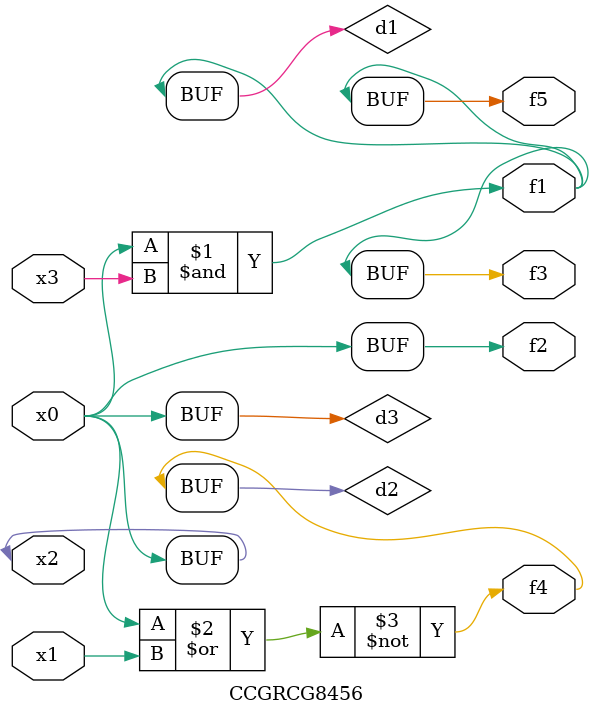
<source format=v>
module CCGRCG8456(
	input x0, x1, x2, x3,
	output f1, f2, f3, f4, f5
);

	wire d1, d2, d3;

	and (d1, x2, x3);
	nor (d2, x0, x1);
	buf (d3, x0, x2);
	assign f1 = d1;
	assign f2 = d3;
	assign f3 = d1;
	assign f4 = d2;
	assign f5 = d1;
endmodule

</source>
